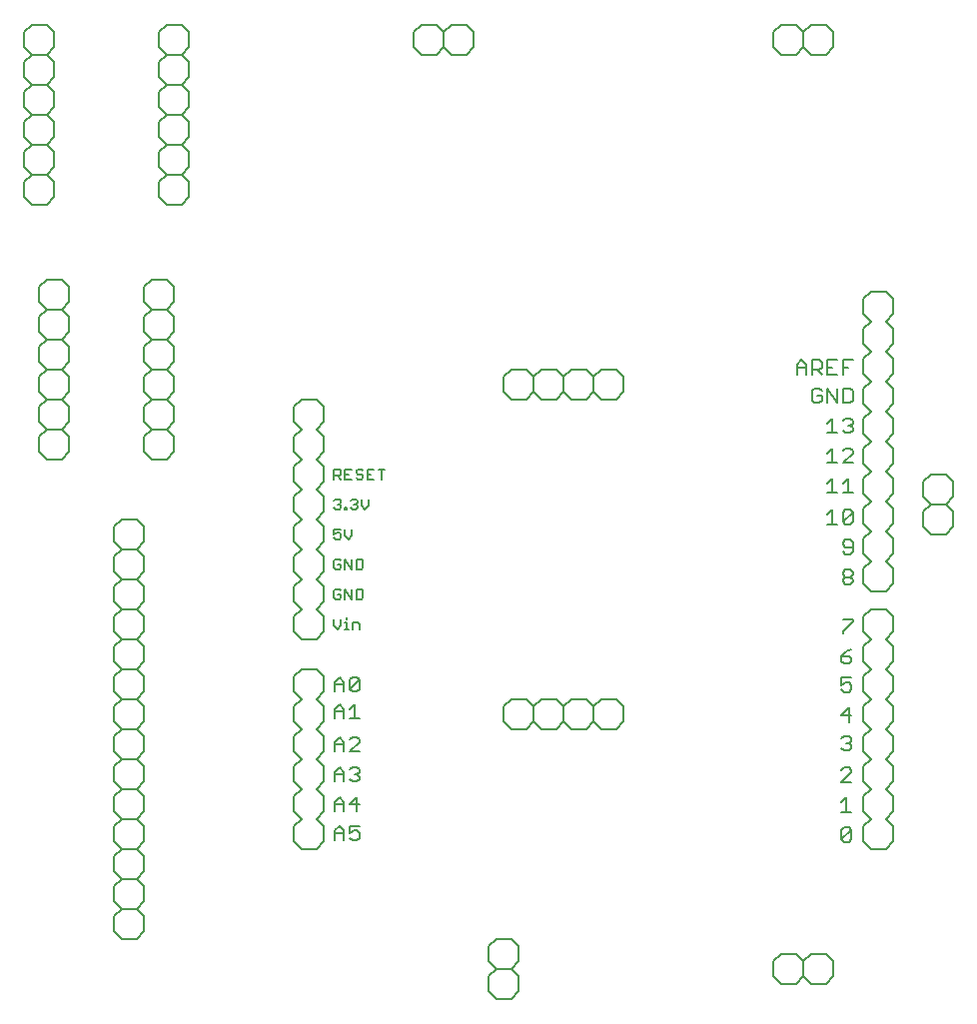
<source format=gto>
G75*
%MOIN*%
%OFA0B0*%
%FSLAX25Y25*%
%IPPOS*%
%LPD*%
%AMOC8*
5,1,8,0,0,1.08239X$1,22.5*
%
%ADD10C,0.00600*%
%ADD11C,0.00800*%
D10*
X0066800Y0044300D02*
X0069300Y0041800D01*
X0074300Y0041800D01*
X0076800Y0044300D01*
X0076800Y0049300D01*
X0074300Y0051800D01*
X0076800Y0054300D01*
X0076800Y0059300D01*
X0074300Y0061800D01*
X0069300Y0061800D01*
X0066800Y0059300D01*
X0066800Y0054300D01*
X0069300Y0051800D01*
X0074300Y0051800D01*
X0069300Y0051800D02*
X0066800Y0049300D01*
X0066800Y0044300D01*
X0069300Y0061800D02*
X0066800Y0064300D01*
X0066800Y0069300D01*
X0069300Y0071800D01*
X0066800Y0074300D01*
X0066800Y0079300D01*
X0069300Y0081800D01*
X0066800Y0084300D01*
X0066800Y0089300D01*
X0069300Y0091800D01*
X0074300Y0091800D01*
X0076800Y0089300D01*
X0076800Y0084300D01*
X0074300Y0081800D01*
X0076800Y0079300D01*
X0076800Y0074300D01*
X0074300Y0071800D01*
X0076800Y0069300D01*
X0076800Y0064300D01*
X0074300Y0061800D01*
X0074300Y0071800D02*
X0069300Y0071800D01*
X0069300Y0081800D02*
X0074300Y0081800D01*
X0074300Y0091800D02*
X0076800Y0094300D01*
X0076800Y0099300D01*
X0074300Y0101800D01*
X0076800Y0104300D01*
X0076800Y0109300D01*
X0074300Y0111800D01*
X0076800Y0114300D01*
X0076800Y0119300D01*
X0074300Y0121800D01*
X0069300Y0121800D01*
X0066800Y0119300D01*
X0066800Y0114300D01*
X0069300Y0111800D01*
X0074300Y0111800D01*
X0069300Y0111800D02*
X0066800Y0109300D01*
X0066800Y0104300D01*
X0069300Y0101800D01*
X0074300Y0101800D01*
X0069300Y0101800D02*
X0066800Y0099300D01*
X0066800Y0094300D01*
X0069300Y0091800D01*
X0069300Y0121800D02*
X0066800Y0124300D01*
X0066800Y0129300D01*
X0069300Y0131800D01*
X0066800Y0134300D01*
X0066800Y0139300D01*
X0069300Y0141800D01*
X0066800Y0144300D01*
X0066800Y0149300D01*
X0069300Y0151800D01*
X0074300Y0151800D01*
X0076800Y0149300D01*
X0076800Y0144300D01*
X0074300Y0141800D01*
X0076800Y0139300D01*
X0076800Y0134300D01*
X0074300Y0131800D01*
X0076800Y0129300D01*
X0076800Y0124300D01*
X0074300Y0121800D01*
X0074300Y0131800D02*
X0069300Y0131800D01*
X0069300Y0141800D02*
X0074300Y0141800D01*
X0074300Y0151800D02*
X0076800Y0154300D01*
X0076800Y0159300D01*
X0074300Y0161800D01*
X0076800Y0164300D01*
X0076800Y0169300D01*
X0074300Y0171800D01*
X0076800Y0174300D01*
X0076800Y0179300D01*
X0074300Y0181800D01*
X0069300Y0181800D01*
X0066800Y0179300D01*
X0066800Y0174300D01*
X0069300Y0171800D01*
X0074300Y0171800D01*
X0069300Y0171800D02*
X0066800Y0169300D01*
X0066800Y0164300D01*
X0069300Y0161800D01*
X0074300Y0161800D01*
X0069300Y0161800D02*
X0066800Y0159300D01*
X0066800Y0154300D01*
X0069300Y0151800D01*
X0079300Y0201800D02*
X0076800Y0204300D01*
X0076800Y0209300D01*
X0079300Y0211800D01*
X0076800Y0214300D01*
X0076800Y0219300D01*
X0079300Y0221800D01*
X0076800Y0224300D01*
X0076800Y0229300D01*
X0079300Y0231800D01*
X0076800Y0234300D01*
X0076800Y0239300D01*
X0079300Y0241800D01*
X0076800Y0244300D01*
X0076800Y0249300D01*
X0079300Y0251800D01*
X0076800Y0254300D01*
X0076800Y0259300D01*
X0079300Y0261800D01*
X0084300Y0261800D01*
X0086800Y0259300D01*
X0086800Y0254300D01*
X0084300Y0251800D01*
X0086800Y0249300D01*
X0086800Y0244300D01*
X0084300Y0241800D01*
X0079300Y0241800D01*
X0084300Y0241800D02*
X0086800Y0239300D01*
X0086800Y0234300D01*
X0084300Y0231800D01*
X0086800Y0229300D01*
X0086800Y0224300D01*
X0084300Y0221800D01*
X0086800Y0219300D01*
X0086800Y0214300D01*
X0084300Y0211800D01*
X0086800Y0209300D01*
X0086800Y0204300D01*
X0084300Y0201800D01*
X0079300Y0201800D01*
X0079300Y0211800D02*
X0084300Y0211800D01*
X0084300Y0221800D02*
X0079300Y0221800D01*
X0079300Y0231800D02*
X0084300Y0231800D01*
X0084300Y0251800D02*
X0079300Y0251800D01*
X0051800Y0249300D02*
X0051800Y0244300D01*
X0049300Y0241800D01*
X0044300Y0241800D01*
X0041800Y0244300D01*
X0041800Y0249300D01*
X0044300Y0251800D01*
X0041800Y0254300D01*
X0041800Y0259300D01*
X0044300Y0261800D01*
X0049300Y0261800D01*
X0051800Y0259300D01*
X0051800Y0254300D01*
X0049300Y0251800D01*
X0051800Y0249300D01*
X0049300Y0251800D02*
X0044300Y0251800D01*
X0044300Y0241800D02*
X0041800Y0239300D01*
X0041800Y0234300D01*
X0044300Y0231800D01*
X0041800Y0229300D01*
X0041800Y0224300D01*
X0044300Y0221800D01*
X0041800Y0219300D01*
X0041800Y0214300D01*
X0044300Y0211800D01*
X0041800Y0209300D01*
X0041800Y0204300D01*
X0044300Y0201800D01*
X0049300Y0201800D01*
X0051800Y0204300D01*
X0051800Y0209300D01*
X0049300Y0211800D01*
X0044300Y0211800D01*
X0049300Y0211800D02*
X0051800Y0214300D01*
X0051800Y0219300D01*
X0049300Y0221800D01*
X0044300Y0221800D01*
X0049300Y0221800D02*
X0051800Y0224300D01*
X0051800Y0229300D01*
X0049300Y0231800D01*
X0044300Y0231800D01*
X0049300Y0231800D02*
X0051800Y0234300D01*
X0051800Y0239300D01*
X0049300Y0241800D01*
X0044300Y0286800D02*
X0039300Y0286800D01*
X0036800Y0289300D01*
X0036800Y0294300D01*
X0039300Y0296800D01*
X0036800Y0299300D01*
X0036800Y0304300D01*
X0039300Y0306800D01*
X0044300Y0306800D01*
X0046800Y0304300D01*
X0046800Y0299300D01*
X0044300Y0296800D01*
X0046800Y0294300D01*
X0046800Y0289300D01*
X0044300Y0286800D01*
X0044300Y0296800D02*
X0039300Y0296800D01*
X0039300Y0306800D02*
X0036800Y0309300D01*
X0036800Y0314300D01*
X0039300Y0316800D01*
X0036800Y0319300D01*
X0036800Y0324300D01*
X0039300Y0326800D01*
X0036800Y0329300D01*
X0036800Y0334300D01*
X0039300Y0336800D01*
X0036800Y0339300D01*
X0036800Y0344300D01*
X0039300Y0346800D01*
X0044300Y0346800D01*
X0046800Y0344300D01*
X0046800Y0339300D01*
X0044300Y0336800D01*
X0046800Y0334300D01*
X0046800Y0329300D01*
X0044300Y0326800D01*
X0046800Y0324300D01*
X0046800Y0319300D01*
X0044300Y0316800D01*
X0046800Y0314300D01*
X0046800Y0309300D01*
X0044300Y0306800D01*
X0044300Y0316800D02*
X0039300Y0316800D01*
X0039300Y0326800D02*
X0044300Y0326800D01*
X0044300Y0336800D02*
X0039300Y0336800D01*
X0081800Y0334300D02*
X0081800Y0329300D01*
X0084300Y0326800D01*
X0089300Y0326800D01*
X0091800Y0329300D01*
X0091800Y0334300D01*
X0089300Y0336800D01*
X0091800Y0339300D01*
X0091800Y0344300D01*
X0089300Y0346800D01*
X0084300Y0346800D01*
X0081800Y0344300D01*
X0081800Y0339300D01*
X0084300Y0336800D01*
X0089300Y0336800D01*
X0084300Y0336800D02*
X0081800Y0334300D01*
X0084300Y0326800D02*
X0081800Y0324300D01*
X0081800Y0319300D01*
X0084300Y0316800D01*
X0089300Y0316800D01*
X0091800Y0319300D01*
X0091800Y0324300D01*
X0089300Y0326800D01*
X0089300Y0316800D02*
X0091800Y0314300D01*
X0091800Y0309300D01*
X0089300Y0306800D01*
X0091800Y0304300D01*
X0091800Y0299300D01*
X0089300Y0296800D01*
X0091800Y0294300D01*
X0091800Y0289300D01*
X0089300Y0286800D01*
X0084300Y0286800D01*
X0081800Y0289300D01*
X0081800Y0294300D01*
X0084300Y0296800D01*
X0081800Y0299300D01*
X0081800Y0304300D01*
X0084300Y0306800D01*
X0089300Y0306800D01*
X0084300Y0306800D02*
X0081800Y0309300D01*
X0081800Y0314300D01*
X0084300Y0316800D01*
X0084300Y0296800D02*
X0089300Y0296800D01*
X0166800Y0339300D02*
X0166800Y0344300D01*
X0169300Y0346800D01*
X0174300Y0346800D01*
X0176800Y0344300D01*
X0179300Y0346800D01*
X0184300Y0346800D01*
X0186800Y0344300D01*
X0186800Y0339300D01*
X0184300Y0336800D01*
X0179300Y0336800D01*
X0176800Y0339300D01*
X0174300Y0336800D01*
X0169300Y0336800D01*
X0166800Y0339300D01*
X0176800Y0339300D02*
X0176800Y0344300D01*
X0286800Y0344300D02*
X0286800Y0339300D01*
X0289300Y0336800D01*
X0294300Y0336800D01*
X0296800Y0339300D01*
X0299300Y0336800D01*
X0304300Y0336800D01*
X0306800Y0339300D01*
X0306800Y0344300D01*
X0304300Y0346800D01*
X0299300Y0346800D01*
X0296800Y0344300D01*
X0296800Y0339300D01*
X0296800Y0344300D02*
X0294300Y0346800D01*
X0289300Y0346800D01*
X0286800Y0344300D01*
X0234300Y0231800D02*
X0229300Y0231800D01*
X0226800Y0229300D01*
X0226800Y0224300D01*
X0229300Y0221800D01*
X0234300Y0221800D01*
X0236800Y0224300D01*
X0236800Y0229300D01*
X0234300Y0231800D01*
X0226800Y0229300D02*
X0224300Y0231800D01*
X0219300Y0231800D01*
X0216800Y0229300D01*
X0216800Y0224300D01*
X0214300Y0221800D01*
X0209300Y0221800D01*
X0206800Y0224300D01*
X0204300Y0221800D01*
X0199300Y0221800D01*
X0196800Y0224300D01*
X0196800Y0229300D01*
X0199300Y0231800D01*
X0204300Y0231800D01*
X0206800Y0229300D01*
X0209300Y0231800D01*
X0214300Y0231800D01*
X0216800Y0229300D01*
X0216800Y0224300D02*
X0219300Y0221800D01*
X0224300Y0221800D01*
X0226800Y0224300D01*
X0206800Y0224300D02*
X0206800Y0229300D01*
X0157201Y0198503D02*
X0154933Y0198503D01*
X0156067Y0198503D02*
X0156067Y0195100D01*
X0153518Y0195100D02*
X0151249Y0195100D01*
X0151249Y0198503D01*
X0153518Y0198503D01*
X0152384Y0196801D02*
X0151249Y0196801D01*
X0149835Y0196234D02*
X0149835Y0195667D01*
X0149268Y0195100D01*
X0148133Y0195100D01*
X0147566Y0195667D01*
X0148133Y0196801D02*
X0149268Y0196801D01*
X0149835Y0196234D01*
X0149835Y0197936D02*
X0149268Y0198503D01*
X0148133Y0198503D01*
X0147566Y0197936D01*
X0147566Y0197369D01*
X0148133Y0196801D01*
X0146152Y0195100D02*
X0143883Y0195100D01*
X0143883Y0198503D01*
X0146152Y0198503D01*
X0145017Y0196801D02*
X0143883Y0196801D01*
X0142469Y0196801D02*
X0141901Y0196234D01*
X0140200Y0196234D01*
X0140200Y0195100D02*
X0140200Y0198503D01*
X0141901Y0198503D01*
X0142469Y0197936D01*
X0142469Y0196801D01*
X0141334Y0196234D02*
X0142469Y0195100D01*
X0141901Y0188503D02*
X0142469Y0187936D01*
X0142469Y0187369D01*
X0141901Y0186801D01*
X0142469Y0186234D01*
X0142469Y0185667D01*
X0141901Y0185100D01*
X0140767Y0185100D01*
X0140200Y0185667D01*
X0141334Y0186801D02*
X0141901Y0186801D01*
X0141901Y0188503D02*
X0140767Y0188503D01*
X0140200Y0187936D01*
X0143883Y0185667D02*
X0143883Y0185100D01*
X0144450Y0185100D01*
X0144450Y0185667D01*
X0143883Y0185667D01*
X0145725Y0185667D02*
X0146292Y0185100D01*
X0147426Y0185100D01*
X0147993Y0185667D01*
X0147993Y0186234D01*
X0147426Y0186801D01*
X0146859Y0186801D01*
X0147426Y0186801D02*
X0147993Y0187369D01*
X0147993Y0187936D01*
X0147426Y0188503D01*
X0146292Y0188503D01*
X0145725Y0187936D01*
X0149408Y0188503D02*
X0149408Y0186234D01*
X0150542Y0185100D01*
X0151676Y0186234D01*
X0151676Y0188503D01*
X0146152Y0178503D02*
X0146152Y0176234D01*
X0145017Y0175100D01*
X0143883Y0176234D01*
X0143883Y0178503D01*
X0142469Y0178503D02*
X0140200Y0178503D01*
X0140200Y0176801D01*
X0141334Y0177369D01*
X0141901Y0177369D01*
X0142469Y0176801D01*
X0142469Y0175667D01*
X0141901Y0175100D01*
X0140767Y0175100D01*
X0140200Y0175667D01*
X0140767Y0168503D02*
X0140200Y0167936D01*
X0140200Y0165667D01*
X0140767Y0165100D01*
X0141901Y0165100D01*
X0142469Y0165667D01*
X0142469Y0166801D01*
X0141334Y0166801D01*
X0142469Y0167936D02*
X0141901Y0168503D01*
X0140767Y0168503D01*
X0143883Y0168503D02*
X0143883Y0165100D01*
X0146152Y0165100D02*
X0143883Y0168503D01*
X0146152Y0168503D02*
X0146152Y0165100D01*
X0147566Y0165100D02*
X0149268Y0165100D01*
X0149835Y0165667D01*
X0149835Y0167936D01*
X0149268Y0168503D01*
X0147566Y0168503D01*
X0147566Y0165100D01*
X0147566Y0158503D02*
X0149268Y0158503D01*
X0149835Y0157936D01*
X0149835Y0155667D01*
X0149268Y0155100D01*
X0147566Y0155100D01*
X0147566Y0158503D01*
X0146152Y0158503D02*
X0146152Y0155100D01*
X0143883Y0158503D01*
X0143883Y0155100D01*
X0142469Y0155667D02*
X0142469Y0156801D01*
X0141334Y0156801D01*
X0140200Y0155667D02*
X0140767Y0155100D01*
X0141901Y0155100D01*
X0142469Y0155667D01*
X0142469Y0157936D02*
X0141901Y0158503D01*
X0140767Y0158503D01*
X0140200Y0157936D01*
X0140200Y0155667D01*
X0140200Y0148503D02*
X0140200Y0146234D01*
X0141334Y0145100D01*
X0142469Y0146234D01*
X0142469Y0148503D01*
X0143883Y0147369D02*
X0144450Y0147369D01*
X0144450Y0145100D01*
X0143883Y0145100D02*
X0145017Y0145100D01*
X0146339Y0145100D02*
X0146339Y0147369D01*
X0148040Y0147369D01*
X0148607Y0146801D01*
X0148607Y0145100D01*
X0144450Y0148503D02*
X0144450Y0149070D01*
X0196800Y0119300D02*
X0196800Y0114300D01*
X0199300Y0111800D01*
X0204300Y0111800D01*
X0206800Y0114300D01*
X0206800Y0119300D01*
X0204300Y0121800D01*
X0199300Y0121800D01*
X0196800Y0119300D01*
X0206800Y0119300D02*
X0209300Y0121800D01*
X0214300Y0121800D01*
X0216800Y0119300D01*
X0219300Y0121800D01*
X0224300Y0121800D01*
X0226800Y0119300D01*
X0229300Y0121800D01*
X0234300Y0121800D01*
X0236800Y0119300D01*
X0236800Y0114300D01*
X0234300Y0111800D01*
X0229300Y0111800D01*
X0226800Y0114300D01*
X0224300Y0111800D01*
X0219300Y0111800D01*
X0216800Y0114300D01*
X0216800Y0119300D01*
X0216800Y0114300D02*
X0214300Y0111800D01*
X0209300Y0111800D01*
X0206800Y0114300D01*
X0226800Y0114300D02*
X0226800Y0119300D01*
X0199300Y0041800D02*
X0194300Y0041800D01*
X0191800Y0039300D01*
X0191800Y0034300D01*
X0194300Y0031800D01*
X0191800Y0029300D01*
X0191800Y0024300D01*
X0194300Y0021800D01*
X0199300Y0021800D01*
X0201800Y0024300D01*
X0201800Y0029300D01*
X0199300Y0031800D01*
X0194300Y0031800D01*
X0199300Y0031800D02*
X0201800Y0034300D01*
X0201800Y0039300D01*
X0199300Y0041800D01*
X0286800Y0034300D02*
X0286800Y0029300D01*
X0289300Y0026800D01*
X0294300Y0026800D01*
X0296800Y0029300D01*
X0296800Y0034300D01*
X0294300Y0036800D01*
X0289300Y0036800D01*
X0286800Y0034300D01*
X0296800Y0034300D02*
X0299300Y0036800D01*
X0304300Y0036800D01*
X0306800Y0034300D01*
X0306800Y0029300D01*
X0304300Y0026800D01*
X0299300Y0026800D01*
X0296800Y0029300D01*
X0339300Y0176800D02*
X0336800Y0179300D01*
X0336800Y0184300D01*
X0339300Y0186800D01*
X0336800Y0189300D01*
X0336800Y0194300D01*
X0339300Y0196800D01*
X0344300Y0196800D01*
X0346800Y0194300D01*
X0346800Y0189300D01*
X0344300Y0186800D01*
X0346800Y0184300D01*
X0346800Y0179300D01*
X0344300Y0176800D01*
X0339300Y0176800D01*
X0339300Y0186800D02*
X0344300Y0186800D01*
D11*
X0326800Y0185300D02*
X0326800Y0180300D01*
X0324300Y0177800D01*
X0326800Y0175300D01*
X0326800Y0170300D01*
X0324300Y0167800D01*
X0326800Y0165300D01*
X0326800Y0160300D01*
X0324300Y0157800D01*
X0319300Y0157800D01*
X0316800Y0160300D01*
X0316800Y0165300D01*
X0319300Y0167800D01*
X0316800Y0170300D01*
X0316800Y0175300D01*
X0319300Y0177800D01*
X0316800Y0180300D01*
X0316800Y0185300D01*
X0319300Y0187800D01*
X0316800Y0190300D01*
X0316800Y0195300D01*
X0319300Y0197800D01*
X0316800Y0200300D01*
X0316800Y0205300D01*
X0319300Y0207800D01*
X0316800Y0210300D01*
X0316800Y0215300D01*
X0319300Y0217800D01*
X0316800Y0220300D01*
X0316800Y0225300D01*
X0319300Y0227800D01*
X0316800Y0230300D01*
X0316800Y0235300D01*
X0319300Y0237800D01*
X0316800Y0240300D01*
X0316800Y0245300D01*
X0319300Y0247800D01*
X0316800Y0250300D01*
X0316800Y0255300D01*
X0319300Y0257800D01*
X0324300Y0257800D01*
X0326800Y0255300D01*
X0326800Y0250300D01*
X0324300Y0247800D01*
X0326800Y0245300D01*
X0326800Y0240300D01*
X0324300Y0237800D01*
X0326800Y0235300D01*
X0326800Y0230300D01*
X0324300Y0227800D01*
X0326800Y0225300D01*
X0326800Y0220300D01*
X0324300Y0217800D01*
X0326800Y0215300D01*
X0326800Y0210300D01*
X0324300Y0207800D01*
X0326800Y0205300D01*
X0326800Y0200300D01*
X0324300Y0197800D01*
X0326800Y0195300D01*
X0326800Y0190300D01*
X0324300Y0187800D01*
X0326800Y0185300D01*
X0313246Y0184103D02*
X0313246Y0180901D01*
X0312446Y0180100D01*
X0310844Y0180100D01*
X0310044Y0180901D01*
X0313246Y0184103D01*
X0312446Y0184904D01*
X0310844Y0184904D01*
X0310044Y0184103D01*
X0310044Y0180901D01*
X0308090Y0180100D02*
X0304887Y0180100D01*
X0306489Y0180100D02*
X0306489Y0184904D01*
X0304887Y0183303D01*
X0304887Y0190600D02*
X0308090Y0190600D01*
X0306489Y0190600D02*
X0306489Y0195404D01*
X0304887Y0193803D01*
X0310044Y0193803D02*
X0311645Y0195404D01*
X0311645Y0190600D01*
X0310044Y0190600D02*
X0313246Y0190600D01*
X0313246Y0200600D02*
X0310044Y0200600D01*
X0313246Y0203803D01*
X0313246Y0204603D01*
X0312446Y0205404D01*
X0310844Y0205404D01*
X0310044Y0204603D01*
X0306489Y0205404D02*
X0306489Y0200600D01*
X0308090Y0200600D02*
X0304887Y0200600D01*
X0304887Y0203803D02*
X0306489Y0205404D01*
X0306489Y0210600D02*
X0306489Y0215404D01*
X0304887Y0213803D01*
X0304887Y0210600D02*
X0308090Y0210600D01*
X0310044Y0211401D02*
X0310844Y0210600D01*
X0312446Y0210600D01*
X0313246Y0211401D01*
X0313246Y0212201D01*
X0312446Y0213002D01*
X0311645Y0213002D01*
X0312446Y0213002D02*
X0313246Y0213803D01*
X0313246Y0214603D01*
X0312446Y0215404D01*
X0310844Y0215404D01*
X0310044Y0214603D01*
X0310044Y0220600D02*
X0312446Y0220600D01*
X0313246Y0221401D01*
X0313246Y0224603D01*
X0312446Y0225404D01*
X0310044Y0225404D01*
X0310044Y0220600D01*
X0308090Y0220600D02*
X0308090Y0225404D01*
X0304887Y0225404D02*
X0304887Y0220600D01*
X0302934Y0221401D02*
X0302934Y0223002D01*
X0301332Y0223002D01*
X0299731Y0221401D02*
X0300531Y0220600D01*
X0302133Y0220600D01*
X0302934Y0221401D01*
X0302934Y0224603D02*
X0302133Y0225404D01*
X0300531Y0225404D01*
X0299731Y0224603D01*
X0299731Y0221401D01*
X0304887Y0225404D02*
X0308090Y0220600D01*
X0308090Y0230100D02*
X0304887Y0230100D01*
X0304887Y0234904D01*
X0308090Y0234904D01*
X0310044Y0234904D02*
X0313246Y0234904D01*
X0311645Y0232502D02*
X0310044Y0232502D01*
X0310044Y0230100D02*
X0310044Y0234904D01*
X0306489Y0232502D02*
X0304887Y0232502D01*
X0302934Y0232502D02*
X0302133Y0231701D01*
X0299731Y0231701D01*
X0299731Y0230100D02*
X0299731Y0234904D01*
X0302133Y0234904D01*
X0302934Y0234103D01*
X0302934Y0232502D01*
X0301332Y0231701D02*
X0302934Y0230100D01*
X0297777Y0230100D02*
X0297777Y0233303D01*
X0296176Y0234904D01*
X0294574Y0233303D01*
X0294574Y0230100D01*
X0294574Y0232502D02*
X0297777Y0232502D01*
X0310844Y0174904D02*
X0310044Y0174103D01*
X0310044Y0173303D01*
X0310844Y0172502D01*
X0313246Y0172502D01*
X0313246Y0170901D02*
X0313246Y0174103D01*
X0312446Y0174904D01*
X0310844Y0174904D01*
X0310044Y0170901D02*
X0310844Y0170100D01*
X0312446Y0170100D01*
X0313246Y0170901D01*
X0312446Y0164904D02*
X0313246Y0164103D01*
X0313246Y0163303D01*
X0312446Y0162502D01*
X0310844Y0162502D01*
X0310044Y0163303D01*
X0310044Y0164103D01*
X0310844Y0164904D01*
X0312446Y0164904D01*
X0312446Y0162502D02*
X0313246Y0161701D01*
X0313246Y0160901D01*
X0312446Y0160100D01*
X0310844Y0160100D01*
X0310044Y0160901D01*
X0310044Y0161701D01*
X0310844Y0162502D01*
X0319300Y0151800D02*
X0316800Y0149300D01*
X0316800Y0144300D01*
X0319300Y0141800D01*
X0316800Y0139300D01*
X0316800Y0134300D01*
X0319300Y0131800D01*
X0316800Y0129300D01*
X0316800Y0124300D01*
X0319300Y0121800D01*
X0316800Y0119300D01*
X0316800Y0114300D01*
X0319300Y0111800D01*
X0316800Y0109300D01*
X0316800Y0104300D01*
X0319300Y0101800D01*
X0316800Y0099300D01*
X0316800Y0094300D01*
X0319300Y0091800D01*
X0316800Y0089300D01*
X0316800Y0084300D01*
X0319300Y0081800D01*
X0316800Y0079300D01*
X0316800Y0074300D01*
X0319300Y0071800D01*
X0324300Y0071800D01*
X0326800Y0074300D01*
X0326800Y0079300D01*
X0324300Y0081800D01*
X0326800Y0084300D01*
X0326800Y0089300D01*
X0324300Y0091800D01*
X0326800Y0094300D01*
X0326800Y0099300D01*
X0324300Y0101800D01*
X0326800Y0104300D01*
X0326800Y0109300D01*
X0324300Y0111800D01*
X0326800Y0114300D01*
X0326800Y0119300D01*
X0324300Y0121800D01*
X0326800Y0124300D01*
X0326800Y0129300D01*
X0324300Y0131800D01*
X0326800Y0134300D01*
X0326800Y0139300D01*
X0324300Y0141800D01*
X0326800Y0144300D01*
X0326800Y0149300D01*
X0324300Y0151800D01*
X0319300Y0151800D01*
X0313246Y0148404D02*
X0313246Y0147603D01*
X0310044Y0144401D01*
X0310044Y0143600D01*
X0312746Y0138404D02*
X0311145Y0137603D01*
X0309544Y0136002D01*
X0311946Y0136002D01*
X0312746Y0135201D01*
X0312746Y0134401D01*
X0311946Y0133600D01*
X0310344Y0133600D01*
X0309544Y0134401D01*
X0309544Y0136002D01*
X0309544Y0128904D02*
X0309544Y0126502D01*
X0311145Y0127303D01*
X0311946Y0127303D01*
X0312746Y0126502D01*
X0312746Y0124901D01*
X0311946Y0124100D01*
X0310344Y0124100D01*
X0309544Y0124901D01*
X0311946Y0118904D02*
X0309544Y0116502D01*
X0312746Y0116502D01*
X0311946Y0114100D02*
X0311946Y0118904D01*
X0311946Y0109404D02*
X0312746Y0108603D01*
X0312746Y0107803D01*
X0311946Y0107002D01*
X0312746Y0106201D01*
X0312746Y0105401D01*
X0311946Y0104600D01*
X0310344Y0104600D01*
X0309544Y0105401D01*
X0311145Y0107002D02*
X0311946Y0107002D01*
X0311946Y0109404D02*
X0310344Y0109404D01*
X0309544Y0108603D01*
X0310344Y0098904D02*
X0309544Y0098103D01*
X0310344Y0098904D02*
X0311946Y0098904D01*
X0312746Y0098103D01*
X0312746Y0097303D01*
X0309544Y0094100D01*
X0312746Y0094100D01*
X0311145Y0088904D02*
X0309544Y0087303D01*
X0311145Y0088904D02*
X0311145Y0084100D01*
X0309544Y0084100D02*
X0312746Y0084100D01*
X0311946Y0078904D02*
X0312746Y0078103D01*
X0309544Y0074901D01*
X0310344Y0074100D01*
X0311946Y0074100D01*
X0312746Y0074901D01*
X0312746Y0078103D01*
X0311946Y0078904D02*
X0310344Y0078904D01*
X0309544Y0078103D01*
X0309544Y0074901D01*
X0309544Y0128904D02*
X0312746Y0128904D01*
X0313246Y0148404D02*
X0310044Y0148404D01*
X0148659Y0128203D02*
X0145456Y0125001D01*
X0146257Y0124200D01*
X0147858Y0124200D01*
X0148659Y0125001D01*
X0148659Y0128203D01*
X0147858Y0129004D01*
X0146257Y0129004D01*
X0145456Y0128203D01*
X0145456Y0125001D01*
X0143503Y0124200D02*
X0143503Y0127403D01*
X0141901Y0129004D01*
X0140300Y0127403D01*
X0140300Y0124200D01*
X0140300Y0126602D02*
X0143503Y0126602D01*
X0141901Y0120004D02*
X0143503Y0118403D01*
X0143503Y0115200D01*
X0145456Y0115200D02*
X0148659Y0115200D01*
X0147058Y0115200D02*
X0147058Y0120004D01*
X0145456Y0118403D01*
X0143503Y0117602D02*
X0140300Y0117602D01*
X0140300Y0118403D02*
X0141901Y0120004D01*
X0140300Y0118403D02*
X0140300Y0115200D01*
X0136800Y0114300D02*
X0136800Y0119300D01*
X0134300Y0121800D01*
X0136800Y0124300D01*
X0136800Y0129300D01*
X0134300Y0131800D01*
X0129300Y0131800D01*
X0126800Y0129300D01*
X0126800Y0124300D01*
X0129300Y0121800D01*
X0126800Y0119300D01*
X0126800Y0114300D01*
X0129300Y0111800D01*
X0126800Y0109300D01*
X0126800Y0104300D01*
X0129300Y0101800D01*
X0126800Y0099300D01*
X0126800Y0094300D01*
X0129300Y0091800D01*
X0126800Y0089300D01*
X0126800Y0084300D01*
X0129300Y0081800D01*
X0126800Y0079300D01*
X0126800Y0074300D01*
X0129300Y0071800D01*
X0134300Y0071800D01*
X0136800Y0074300D01*
X0136800Y0079300D01*
X0134300Y0081800D01*
X0136800Y0084300D01*
X0136800Y0089300D01*
X0134300Y0091800D01*
X0136800Y0094300D01*
X0136800Y0099300D01*
X0134300Y0101800D01*
X0136800Y0104300D01*
X0136800Y0109300D01*
X0134300Y0111800D01*
X0136800Y0114300D01*
X0141901Y0109004D02*
X0143503Y0107403D01*
X0143503Y0104200D01*
X0145456Y0104200D02*
X0148659Y0107403D01*
X0148659Y0108203D01*
X0147858Y0109004D01*
X0146257Y0109004D01*
X0145456Y0108203D01*
X0143503Y0106602D02*
X0140300Y0106602D01*
X0140300Y0107403D02*
X0141901Y0109004D01*
X0140300Y0107403D02*
X0140300Y0104200D01*
X0145456Y0104200D02*
X0148659Y0104200D01*
X0147858Y0099004D02*
X0148659Y0098203D01*
X0148659Y0097403D01*
X0147858Y0096602D01*
X0148659Y0095801D01*
X0148659Y0095001D01*
X0147858Y0094200D01*
X0146257Y0094200D01*
X0145456Y0095001D01*
X0143503Y0094200D02*
X0143503Y0097403D01*
X0141901Y0099004D01*
X0140300Y0097403D01*
X0140300Y0094200D01*
X0140300Y0096602D02*
X0143503Y0096602D01*
X0145456Y0098203D02*
X0146257Y0099004D01*
X0147858Y0099004D01*
X0147858Y0096602D02*
X0147058Y0096602D01*
X0147858Y0089004D02*
X0145456Y0086602D01*
X0148659Y0086602D01*
X0147858Y0084200D02*
X0147858Y0089004D01*
X0143503Y0087403D02*
X0143503Y0084200D01*
X0143503Y0086602D02*
X0140300Y0086602D01*
X0140300Y0087403D02*
X0140300Y0084200D01*
X0140300Y0087403D02*
X0141901Y0089004D01*
X0143503Y0087403D01*
X0141901Y0079504D02*
X0143503Y0077903D01*
X0143503Y0074700D01*
X0145456Y0075501D02*
X0146257Y0074700D01*
X0147858Y0074700D01*
X0148659Y0075501D01*
X0148659Y0077102D01*
X0147858Y0077903D01*
X0147058Y0077903D01*
X0145456Y0077102D01*
X0145456Y0079504D01*
X0148659Y0079504D01*
X0143503Y0077102D02*
X0140300Y0077102D01*
X0140300Y0077903D02*
X0141901Y0079504D01*
X0140300Y0077903D02*
X0140300Y0074700D01*
X0134300Y0141800D02*
X0129300Y0141800D01*
X0126800Y0144300D01*
X0126800Y0149300D01*
X0129300Y0151800D01*
X0126800Y0154300D01*
X0126800Y0159300D01*
X0129300Y0161800D01*
X0126800Y0164300D01*
X0126800Y0169300D01*
X0129300Y0171800D01*
X0126800Y0174300D01*
X0126800Y0179300D01*
X0129300Y0181800D01*
X0126800Y0184300D01*
X0126800Y0189300D01*
X0129300Y0191800D01*
X0126800Y0194300D01*
X0126800Y0199300D01*
X0129300Y0201800D01*
X0126800Y0204300D01*
X0126800Y0209300D01*
X0129300Y0211800D01*
X0126800Y0214300D01*
X0126800Y0219300D01*
X0129300Y0221800D01*
X0134300Y0221800D01*
X0136800Y0219300D01*
X0136800Y0214300D01*
X0134300Y0211800D01*
X0136800Y0209300D01*
X0136800Y0204300D01*
X0134300Y0201800D01*
X0136800Y0199300D01*
X0136800Y0194300D01*
X0134300Y0191800D01*
X0136800Y0189300D01*
X0136800Y0184300D01*
X0134300Y0181800D01*
X0136800Y0179300D01*
X0136800Y0174300D01*
X0134300Y0171800D01*
X0136800Y0169300D01*
X0136800Y0164300D01*
X0134300Y0161800D01*
X0136800Y0159300D01*
X0136800Y0154300D01*
X0134300Y0151800D01*
X0136800Y0149300D01*
X0136800Y0144300D01*
X0134300Y0141800D01*
M02*

</source>
